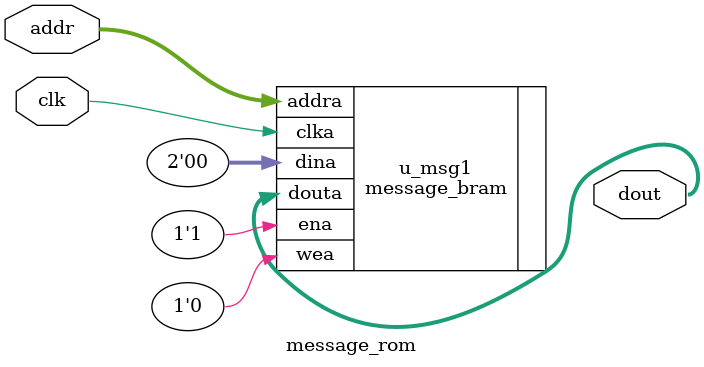
<source format=sv>
`timescale 1ns / 1ps



module message_rom(
    input  logic clk,
    input  logic [7:0] addr,
    output logic [1:0] dout
    );
    
    message_bram u_msg1 (
        .clka  (clk),
        .ena   (1'b1),
        .addra (addr),
        .douta (dout),
        .dina(2'b0),
        .wea(1'b0)
    );
endmodule

</source>
